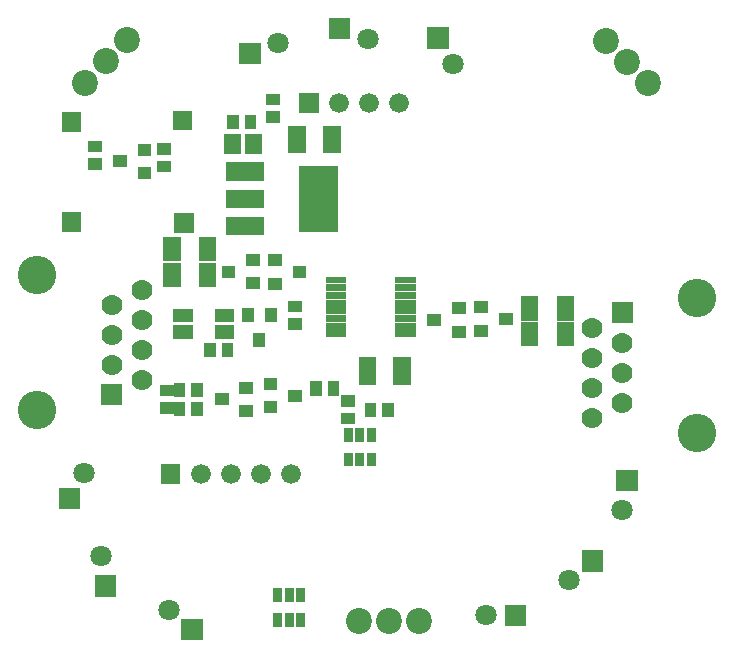
<source format=gbr>
G04 start of page 13 for group -4062 idx -4062 *
G04 Title: (unknown), soldermask *
G04 Creator: pcb 20100929 *
G04 CreationDate: Mon 18 Oct 2010 20:02:07 GMT UTC *
G04 For: alex *
G04 Format: Gerber/RS-274X *
G04 PCB-Dimensions: 253937 234252 *
G04 PCB-Coordinate-Origin: lower left *
%MOIN*%
%FSLAX25Y25*%
%LNBACKMASK*%
%ADD11C,0.0200*%
%ADD38C,0.1280*%
%ADD45C,0.0710*%
%ADD46C,0.0866*%
%ADD47C,0.0660*%
%ADD48C,0.0700*%
%ADD49R,0.0382X0.0382*%
%ADD50R,0.0572X0.0572*%
%ADD51R,0.0300X0.0300*%
%ADD56R,0.0230X0.0230*%
%ADD57R,0.0590X0.0590*%
%ADD58R,0.0400X0.0400*%
%ADD59R,0.0454X0.0454*%
%ADD60R,0.1280X0.1280*%
%ADD61R,0.0620X0.0620*%
G54D11*G36*
X23222Y63787D02*Y56687D01*
X30322D01*
Y63787D01*
X23222D01*
G37*
G54D45*X31772Y68897D03*
G54D11*G36*
X35427Y34653D02*Y27553D01*
X42527D01*
Y34653D01*
X35427D01*
G37*
G54D45*X37240Y40951D03*
G54D11*G36*
X172041Y24810D02*Y17710D01*
X179141D01*
Y24810D01*
X172041D01*
G37*
G54D45*X165591Y21260D03*
G54D46*X143229Y19490D03*
X133229D03*
X123229D03*
G54D45*X193521Y32943D03*
G54D11*G36*
X57250Y71803D02*Y65203D01*
X63850D01*
Y71803D01*
X57250D01*
G37*
G54D45*X60057Y22964D03*
G54D47*X70550Y68503D03*
G54D11*G36*
X64167Y20086D02*Y12986D01*
X71267D01*
Y20086D01*
X64167D01*
G37*
G54D47*X80550Y68503D03*
X90550D03*
X100550D03*
G54D11*G36*
X209210Y69697D02*Y62597D01*
X216310D01*
Y69697D01*
X209210D01*
G37*
G54D45*X211024Y56300D03*
G54D48*X201182Y87087D03*
Y97087D03*
G54D11*G36*
X197632Y42921D02*Y35821D01*
X204732D01*
Y42921D01*
X197632D01*
G37*
G54D48*X211182Y92087D03*
G54D38*X236182Y82087D03*
G54D48*X201182Y107087D03*
Y117087D03*
X211182Y112087D03*
G54D11*G36*
X207682Y125587D02*Y118587D01*
X214682D01*
Y125587D01*
X207682D01*
G37*
G54D38*X236182Y127087D03*
G54D48*X211182Y102087D03*
G54D11*G36*
X103417Y195269D02*Y188669D01*
X110017D01*
Y195269D01*
X103417D01*
G37*
G54D47*X116717Y191969D03*
X126717D03*
X136717D03*
G54D11*G36*
X113431Y220357D02*Y213257D01*
X120531D01*
Y220357D01*
X113431D01*
G37*
G54D45*X126378Y213386D03*
G54D11*G36*
X83458Y212212D02*Y205112D01*
X90558D01*
Y212212D01*
X83458D01*
G37*
G54D45*X96405Y212082D03*
G54D11*G36*
X146175Y217329D02*Y210229D01*
X153275D01*
Y217329D01*
X146175D01*
G37*
G54D45*X154725Y205119D03*
G54D46*X205741Y212764D03*
X212812Y205693D03*
X219883Y198622D03*
G54D11*G36*
X61267Y189520D02*Y182920D01*
X67867D01*
Y189520D01*
X61267D01*
G37*
G36*
X61661Y155269D02*Y148669D01*
X68261D01*
Y155269D01*
X61661D01*
G37*
G54D46*X31920Y198850D03*
X38991Y205921D03*
X46063Y212993D03*
G54D11*G36*
X24260Y189127D02*Y182527D01*
X30860D01*
Y189127D01*
X24260D01*
G37*
G36*
X24259Y155663D02*Y149063D01*
X30859D01*
Y155663D01*
X24259D01*
G37*
G54D38*X15945Y134804D03*
G54D48*X50945Y129804D03*
X40945Y124804D03*
X50945Y109804D03*
X40945Y104804D03*
Y114804D03*
G54D11*G36*
X37445Y98304D02*Y91304D01*
X44445D01*
Y98304D01*
X37445D01*
G37*
G54D48*X50945Y99804D03*
G54D38*X15945Y89804D03*
G54D48*X50945Y119804D03*
G54D51*X96217Y28769D02*Y27169D01*
Y20569D02*Y18969D01*
X100117Y28769D02*Y27169D01*
Y20569D02*Y18969D01*
X104017Y28769D02*Y27169D01*
Y20569D02*Y18969D01*
G54D56*X113388Y117716D02*X117994D01*
X113388Y120275D02*X117994D01*
X113388Y122834D02*X117994D01*
X113388Y115157D02*X117994D01*
X136616D02*X141222D01*
X136616Y133069D02*X141222D01*
X136616Y130510D02*X141222D01*
X136616Y127951D02*X141222D01*
X136616Y125392D02*X141222D01*
X136616Y122834D02*X141222D01*
X136616Y120275D02*X141222D01*
X136616Y117716D02*X141222D01*
G54D58*X156392Y123624D02*X156992D01*
X156392Y115824D02*X156992D01*
X148192Y119724D02*X148792D01*
X163873Y116143D02*X164473D01*
X163873Y123943D02*X164473D01*
G54D50*X192127Y124803D02*Y122441D01*
X180317Y124803D02*Y122441D01*
X192126Y116143D02*Y113781D01*
X180316Y116143D02*Y113781D01*
G54D58*X172073Y120043D02*X172673D01*
G54D51*X127560Y74016D02*Y72416D01*
X123660Y74016D02*Y72416D01*
X119760Y74016D02*Y72416D01*
G54D56*X113388Y125392D02*X117994D01*
X113388Y127951D02*X117994D01*
X113388Y130510D02*X117994D01*
X113388Y133069D02*X117994D01*
G54D49*X119201Y92681D02*X120169D01*
X119201Y86847D02*X120169D01*
X127166Y90339D02*Y89371D01*
G54D57*X126196Y104382D02*Y101182D01*
G54D49*X133000Y90339D02*Y89371D01*
G54D57*X137796Y104382D02*Y101182D01*
G54D51*X119760Y82216D02*Y80616D01*
X123660Y82216D02*Y80616D01*
X127560Y82216D02*Y80616D01*
G54D49*X109056Y97425D02*Y96457D01*
X114890Y97425D02*Y96457D01*
X69453Y96941D02*Y95973D01*
X73694Y110237D02*Y109269D01*
X79528Y110237D02*Y109269D01*
G54D58*X93563Y90589D02*X94163D01*
X93563Y98389D02*X94163D01*
X85527Y97245D02*X86127D01*
X85527Y89445D02*X86127D01*
X77327Y93345D02*X77927D01*
X51574Y176503D02*X52174D01*
X51574Y168703D02*X52174D01*
X43374Y172603D02*X43974D01*
G54D49*X34860Y177559D02*X35828D01*
X34860Y171725D02*X35828D01*
X57875Y170866D02*X58843D01*
X57875Y176700D02*X58843D01*
G54D58*X90121Y113454D02*Y112854D01*
X94021Y121654D02*Y121054D01*
X101763Y94489D02*X102363D01*
G54D49*X101485Y124177D02*X102453D01*
X101485Y118343D02*X102453D01*
X63619Y96941D02*Y95973D01*
X58965Y96225D02*X59933D01*
X58965Y90391D02*X59933D01*
X63619Y90642D02*Y89674D01*
X69453Y90642D02*Y89674D01*
G54D59*X63780Y115749D02*X65748D01*
X63780Y121261D02*X65748D01*
G54D50*X61025Y135827D02*Y133465D01*
Y144489D02*Y142127D01*
X72835Y144489D02*Y142127D01*
G54D59*X77560Y121261D02*X79528D01*
X77560Y115749D02*X79528D01*
G54D50*X72835Y135827D02*Y133465D01*
G54D58*X86221Y121654D02*Y121054D01*
X79596Y135864D02*X80196D01*
G54D60*X109843Y164567D02*Y155567D01*
G54D58*X95070Y131890D02*X95670D01*
X95070Y139690D02*X95670D01*
X103270Y135790D02*X103870D01*
G54D57*X102756Y181497D02*Y178297D01*
X114356Y181497D02*Y178297D01*
G54D50*X81104Y178740D02*Y177954D01*
G54D49*X81335Y186311D02*Y185343D01*
G54D50*X88190Y178740D02*Y177954D01*
G54D49*X87169Y186311D02*Y185343D01*
X94308Y193236D02*X95276D01*
X94308Y187402D02*X95276D01*
G54D61*X82143Y151067D02*X88743D01*
X82143Y160067D02*X88743D01*
X82143Y169167D02*X88743D01*
G54D58*X87796Y139764D02*X88396D01*
X87796Y131964D02*X88396D01*
M02*

</source>
